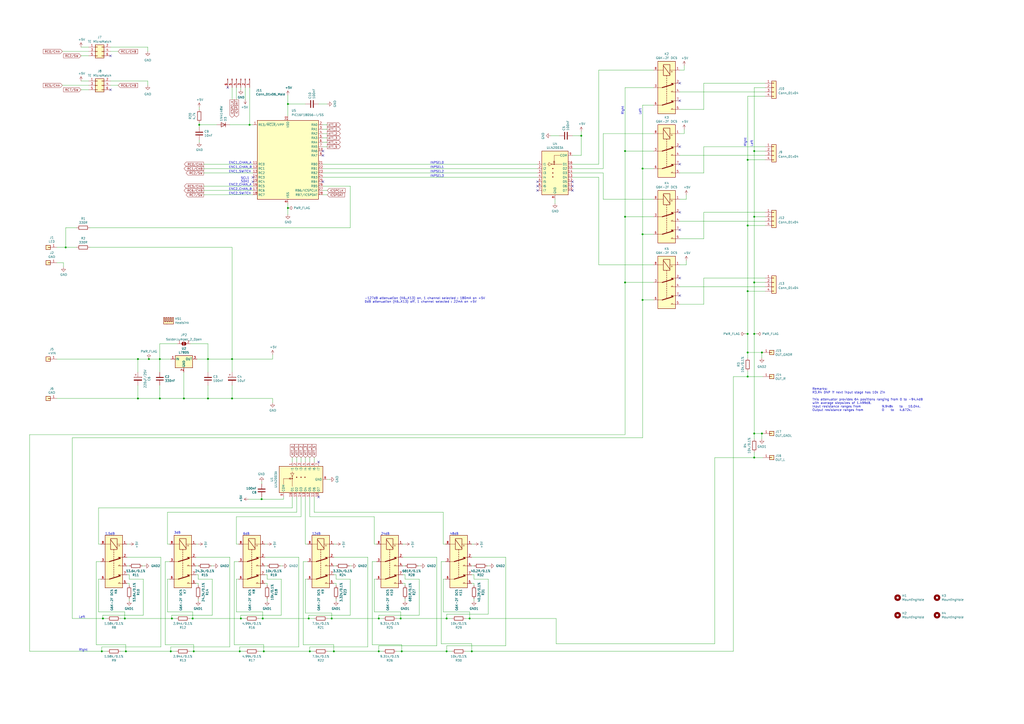
<source format=kicad_sch>
(kicad_sch (version 20230121) (generator eeschema)
  (paper "A2")
  (title_block (title "Audio Input Selector with Attenuator V3 10k") (date "2023-03-05") (rev "3") (comment 1 "https://github.com/schenkmi/electronic-projects"))
  (junction (at 437.515 87.63))
  (junction (at 437.515 125.73))
  (junction (at 433.705 218.44))
  (junction (at 86.36 208.28))
  (junction (at 433.705 193.675))
  (junction (at 139.7 358.775))
  (junction (at 120.65 231.14))
  (junction (at 167.005 60.325))
  (junction (at 153.035 377.825))
  (junction (at 144.78 72.39))
  (junction (at 139.065 377.825))
  (junction (at 437.515 265.43))
  (junction (at 151.765 289.56))
  (junction (at 112.395 377.825))
  (junction (at 372.745 173.99))
  (junction (at 232.41 358.775))
  (junction (at 179.07 358.775))
  (junction (at 362.585 163.83))
  (junction (at 59.055 377.825))
  (junction (at 72.39 358.775))
  (junction (at 259.08 358.775))
  (junction (at 259.08 377.825))
  (junction (at 437.515 163.83))
  (junction (at 433.705 92.71))
  (junction (at 152.4 358.775))
  (junction (at 99.06 377.825))
  (junction (at 80.01 208.28))
  (junction (at 134.62 208.28))
  (junction (at 120.65 208.28))
  (junction (at 441.96 204.47))
  (junction (at 80.01 231.14))
  (junction (at 92.71 231.14))
  (junction (at 433.705 204.47))
  (junction (at 167.005 120.65))
  (junction (at 362.585 87.63))
  (junction (at 99.695 358.775))
  (junction (at 219.71 377.825))
  (junction (at 193.675 377.825))
  (junction (at 111.76 358.775))
  (junction (at 134.62 231.14))
  (junction (at 272.415 358.775))
  (junction (at 73.025 377.825))
  (junction (at 192.405 358.775))
  (junction (at 433.705 130.81))
  (junction (at 362.585 125.73))
  (junction (at 38.1 143.51))
  (junction (at 92.71 208.28))
  (junction (at 441.96 251.46))
  (junction (at 372.745 97.79))
  (junction (at 437.515 251.46))
  (junction (at 372.745 135.89))
  (junction (at 233.045 377.825))
  (junction (at 59.69 358.775))
  (junction (at 179.705 377.825))
  (junction (at 337.185 78.74))
  (junction (at 115.57 72.39))
  (junction (at 219.71 358.775))
  (junction (at 273.685 377.825))
  (junction (at 106.68 231.14))
  (junction (at 437.515 193.675))
  (junction (at 433.705 168.91))
  (no_connect (at 311.785 107.95))
  (no_connect (at 187.325 87.63))
  (no_connect (at 187.325 90.17))
  (no_connect (at 394.335 133.35))
  (no_connect (at 394.335 171.45))
  (no_connect (at 64.135 32.385))
  (no_connect (at 332.105 107.95))
  (no_connect (at 64.135 52.07))
  (no_connect (at 394.335 48.26))
  (no_connect (at 187.325 105.41))
  (no_connect (at 184.785 288.29))
  (no_connect (at 394.335 58.42))
  (no_connect (at 146.685 105.41))
  (no_connect (at 146.685 102.87))
  (no_connect (at 311.785 110.49))
  (no_connect (at 332.105 110.49))
  (no_connect (at 394.335 85.09))
  (no_connect (at 394.335 95.25))
  (no_connect (at 332.105 105.41))
  (no_connect (at 394.335 161.29))
  (no_connect (at 184.785 267.97))
  (no_connect (at 311.785 105.41))
  (no_connect (at 394.335 123.19))
  (no_connect (at 132.08 50.8))
  (wire (pts (xy 73.66 328.295) (xy 74.93 328.295)))
  (wire (pts (xy 72.39 358.775) (xy 99.695 358.775)))
  (wire (pts (xy 72.39 354.965) (xy 72.39 358.775)))
  (wire (pts (xy 59.69 358.775) (xy 62.23 358.775)))
  (wire (pts (xy 179.705 265.43) (xy 179.705 267.97)))
  (wire (pts (xy 218.44 315.595) (xy 217.17 315.595)))
  (wire (pts (xy 189.865 377.825) (xy 193.675 377.825)))
  (wire (pts (xy 187.325 102.87) (xy 311.785 102.87)))
  (wire (pts (xy 433.705 204.47) (xy 441.96 204.47)))
  (wire (pts (xy 139.065 375.285) (xy 139.065 377.825)))
  (wire (pts (xy 153.67 333.375) (xy 154.94 333.375)))
  (wire (pts (xy 433.705 218.44) (xy 442.595 218.44)))
  (wire (pts (xy 396.875 77.47) (xy 396.875 74.93)))
  (wire (pts (xy 253.365 374.65) (xy 219.71 374.65)))
  (wire (pts (xy 172.085 265.43) (xy 172.085 267.97)))
  (wire (pts (xy 177.165 60.325) (xy 167.005 60.325)))
  (wire (pts (xy 408.305 100.33) (xy 394.335 100.33)))
  (wire (pts (xy 362.585 125.73) (xy 362.585 87.63)))
  (wire (pts (xy 154.94 335.915) (xy 163.195 335.915)))
  (wire (pts (xy 213.36 323.215) (xy 213.36 375.285)))
  (wire (pts (xy 139.065 377.825) (xy 142.24 377.825)))
  (wire (pts (xy 433.705 55.88) (xy 433.705 92.71)))
  (wire (pts (xy 102.87 199.39) (xy 92.71 199.39)))
  (wire (pts (xy 322.58 373.38) (xy 414.655 373.38)))
  (wire (pts (xy 55.88 325.755) (xy 55.88 374.015)))
  (wire (pts (xy 97.155 354.965) (xy 111.76 354.965)))
  (wire (pts (xy 437.515 193.675) (xy 437.515 251.46)))
  (wire (pts (xy 57.15 315.595) (xy 57.15 294.64)))
  (wire (pts (xy 85.725 27.305) (xy 85.725 29.845)))
  (wire (pts (xy 38.1 132.08) (xy 38.1 143.51)))
  (wire (pts (xy 73.025 374.015) (xy 73.025 377.825)))
  (wire (pts (xy 203.2 107.95) (xy 203.2 132.08)))
  (wire (pts (xy 149.86 358.775) (xy 152.4 358.775)))
  (wire (pts (xy 432.435 193.675) (xy 433.705 193.675)))
  (wire (pts (xy 139.7 356.87) (xy 139.7 358.775)))
  (wire (pts (xy 122.555 328.295) (xy 123.825 328.295)))
  (wire (pts (xy 179.07 356.87) (xy 179.07 358.775)))
  (wire (pts (xy 217.17 315.595) (xy 217.17 299.72)))
  (wire (pts (xy 114.935 335.915) (xy 123.19 335.915)))
  (wire (pts (xy 120.65 199.39) (xy 120.65 208.28)))
  (wire (pts (xy 293.37 374.65) (xy 259.08 374.65)))
  (wire (pts (xy 106.68 231.14) (xy 92.71 231.14)))
  (wire (pts (xy 137.16 335.915) (xy 137.16 354.965)))
  (wire (pts (xy 273.685 373.38) (xy 273.685 377.825)))
  (wire (pts (xy 362.585 50.8) (xy 379.095 50.8)))
  (wire (pts (xy 134.62 231.14) (xy 120.65 231.14)))
  (wire (pts (xy 408.305 85.09) (xy 408.305 100.33)))
  (wire (pts (xy 257.175 335.915) (xy 257.175 354.965)))
  (wire (pts (xy 433.705 204.47) (xy 433.705 207.645)))
  (wire (pts (xy 274.955 347.345) (xy 274.955 348.615)))
  (wire (pts (xy 443.865 161.29) (xy 408.305 161.29)))
  (wire (pts (xy 189.865 358.775) (xy 192.405 358.775)))
  (wire (pts (xy 372.745 173.99) (xy 372.745 135.89)))
  (wire (pts (xy 133.35 72.39) (xy 144.78 72.39)))
  (wire (pts (xy 269.875 377.825) (xy 273.685 377.825)))
  (wire (pts (xy 59.055 375.285) (xy 59.055 377.825)))
  (wire (pts (xy 332.105 95.25) (xy 347.345 95.25)))
  (wire (pts (xy 55.88 374.015) (xy 73.025 374.015)))
  (wire (pts (xy 169.545 265.43) (xy 169.545 267.97)))
  (wire (pts (xy 233.68 315.595) (xy 234.95 315.595)))
  (wire (pts (xy 93.345 375.285) (xy 59.055 375.285)))
  (wire (pts (xy 151.765 289.56) (xy 164.465 289.56)))
  (wire (pts (xy 95.885 374.015) (xy 112.395 374.015)))
  (wire (pts (xy 97.155 335.915) (xy 97.155 354.965)))
  (wire (pts (xy 118.11 110.49) (xy 146.685 110.49)))
  (wire (pts (xy 213.36 375.285) (xy 179.705 375.285)))
  (wire (pts (xy 92.71 215.9) (xy 92.71 208.28)))
  (wire (pts (xy 59.69 356.87) (xy 59.69 358.775)))
  (wire (pts (xy 97.155 315.595) (xy 98.425 315.595)))
  (wire (pts (xy 372.745 97.79) (xy 372.745 60.96)))
  (wire (pts (xy 332.105 90.17) (xy 337.185 90.17)))
  (wire (pts (xy 177.165 355.6) (xy 192.405 355.6)))
  (wire (pts (xy 408.305 138.43) (xy 394.335 138.43)))
  (wire (pts (xy 194.945 347.345) (xy 194.945 348.615)))
  (wire (pts (xy 425.45 218.44) (xy 425.45 377.825)))
  (wire (pts (xy 414.655 265.43) (xy 437.515 265.43)))
  (wire (pts (xy 74.93 335.915) (xy 83.185 335.915)))
  (wire (pts (xy 114.3 208.28) (xy 120.65 208.28)))
  (wire (pts (xy 179.705 299.72) (xy 179.705 288.29)))
  (wire (pts (xy 83.185 335.915) (xy 83.185 356.87)))
  (wire (pts (xy 272.415 358.775) (xy 322.58 358.775)))
  (wire (pts (xy 106.68 215.9) (xy 106.68 231.14)))
  (wire (pts (xy 134.62 143.51) (xy 134.62 208.28)))
  (wire (pts (xy 187.325 95.25) (xy 311.785 95.25)))
  (wire (pts (xy 178.435 315.595) (xy 177.165 315.595)))
  (wire (pts (xy 443.865 163.83) (xy 437.515 163.83)))
  (wire (pts (xy 219.71 377.825) (xy 222.25 377.825)))
  (wire (pts (xy 17.145 252.095) (xy 362.585 252.095)))
  (wire (pts (xy 194.945 335.915) (xy 203.2 335.915)))
  (wire (pts (xy 362.585 125.73) (xy 379.095 125.73)))
  (wire (pts (xy 273.685 315.595) (xy 274.955 315.595)))
  (wire (pts (xy 441.96 251.46) (xy 441.96 254.635)))
  (wire (pts (xy 114.935 339.725) (xy 114.935 338.455)))
  (wire (pts (xy 137.16 50.8) (xy 137.16 57.785)))
  (wire (pts (xy 73.66 333.375) (xy 74.93 333.375)))
  (wire (pts (xy 203.2 335.915) (xy 203.2 356.87)))
  (wire (pts (xy 257.175 315.595) (xy 257.175 297.18)))
  (wire (pts (xy 174.625 265.43) (xy 174.625 267.97)))
  (wire (pts (xy 138.43 325.755) (xy 135.89 325.755)))
  (wire (pts (xy 182.245 297.18) (xy 182.245 288.29)))
  (wire (pts (xy 92.71 208.28) (xy 99.06 208.28)))
  (wire (pts (xy 332.105 100.33) (xy 349.885 100.33)))
  (wire (pts (xy 38.1 143.51) (xy 44.45 143.51)))
  (wire (pts (xy 218.44 335.915) (xy 217.17 335.915)))
  (wire (pts (xy 219.71 358.775) (xy 222.25 358.775)))
  (wire (pts (xy 337.185 78.74) (xy 337.185 90.17)))
  (wire (pts (xy 154.94 339.725) (xy 154.94 338.455)))
  (wire (pts (xy 437.515 87.63) (xy 437.515 125.73)))
  (wire (pts (xy 174.625 299.72) (xy 137.16 299.72)))
  (wire (pts (xy 111.76 354.965) (xy 111.76 358.775)))
  (wire (pts (xy 234.95 333.375) (xy 234.95 335.915)))
  (wire (pts (xy 153.035 377.825) (xy 179.705 377.825)))
  (wire (pts (xy 218.44 325.755) (xy 215.9 325.755)))
  (wire (pts (xy 109.855 358.775) (xy 111.76 358.775)))
  (wire (pts (xy 152.4 358.775) (xy 179.07 358.775)))
  (wire (pts (xy 74.93 333.375) (xy 74.93 335.915)))
  (wire (pts (xy 233.68 328.295) (xy 234.95 328.295)))
  (wire (pts (xy 347.345 102.87) (xy 347.345 153.67)))
  (wire (pts (xy 46.99 32.385) (xy 51.435 32.385)))
  (wire (pts (xy 69.85 358.775) (xy 72.39 358.775)))
  (wire (pts (xy 169.545 294.64) (xy 169.545 288.29)))
  (wire (pts (xy 259.08 374.65) (xy 259.08 377.825)))
  (wire (pts (xy 164.465 288.29) (xy 164.465 289.56)))
  (wire (pts (xy 441.96 251.46) (xy 442.595 251.46)))
  (wire (pts (xy 41.91 254) (xy 372.745 254)))
  (wire (pts (xy 443.865 166.37) (xy 394.335 166.37)))
  (wire (pts (xy 177.165 265.43) (xy 177.165 267.97)))
  (wire (pts (xy 134.62 208.28) (xy 158.115 208.28)))
  (wire (pts (xy 123.19 356.87) (xy 99.695 356.87)))
  (wire (pts (xy 152.4 354.965) (xy 152.4 358.775)))
  (wire (pts (xy 414.655 373.38) (xy 414.655 265.43)))
  (wire (pts (xy 433.705 215.265) (xy 433.705 218.44)))
  (wire (pts (xy 437.515 50.8) (xy 437.515 87.63)))
  (wire (pts (xy 74.93 347.345) (xy 74.93 348.615)))
  (wire (pts (xy 112.395 374.015) (xy 112.395 377.825)))
  (wire (pts (xy 177.165 315.595) (xy 177.165 288.29)))
  (wire (pts (xy 144.78 50.8) (xy 144.78 72.39)))
  (wire (pts (xy 274.955 338.455) (xy 273.685 338.455)))
  (wire (pts (xy 182.245 265.43) (xy 182.245 267.97)))
  (wire (pts (xy 123.19 335.915) (xy 123.19 356.87)))
  (wire (pts (xy 113.665 333.375) (xy 114.935 333.375)))
  (wire (pts (xy 202.565 328.295) (xy 203.835 328.295)))
  (wire (pts (xy 187.325 82.55) (xy 189.865 82.55)))
  (wire (pts (xy 135.89 374.015) (xy 153.035 374.015)))
  (wire (pts (xy 153.67 315.595) (xy 154.94 315.595)))
  (wire (pts (xy 437.515 193.675) (xy 438.785 193.675)))
  (wire (pts (xy 349.885 115.57) (xy 379.095 115.57)))
  (wire (pts (xy 134.62 223.52) (xy 134.62 231.14)))
  (wire (pts (xy 69.85 377.825) (xy 73.025 377.825)))
  (wire (pts (xy 92.71 208.28) (xy 86.36 208.28)))
  (wire (pts (xy 443.865 48.26) (xy 408.305 48.26)))
  (wire (pts (xy 192.405 358.775) (xy 219.71 358.775)))
  (wire (pts (xy 73.025 377.825) (xy 99.06 377.825)))
  (wire (pts (xy 192.405 355.6) (xy 192.405 358.775)))
  (wire (pts (xy 64.135 49.53) (xy 68.58 49.53)))
  (wire (pts (xy 234.95 347.345) (xy 234.95 348.615)))
  (wire (pts (xy 274.955 333.375) (xy 274.955 335.915)))
  (wire (pts (xy 133.35 323.215) (xy 133.35 375.285)))
  (wire (pts (xy 153.67 323.215) (xy 173.355 323.215)))
  (wire (pts (xy 193.675 374.015) (xy 193.675 377.825)))
  (wire (pts (xy 379.095 173.99) (xy 372.745 173.99)))
  (wire (pts (xy 193.675 315.595) (xy 194.945 315.595)))
  (wire (pts (xy 142.24 50.8) (xy 142.24 57.785)))
  (wire (pts (xy 59.055 377.825) (xy 62.23 377.825)))
  (wire (pts (xy 73.66 323.215) (xy 93.345 323.215)))
  (wire (pts (xy 437.515 262.255) (xy 437.515 265.43)))
  (wire (pts (xy 193.675 323.215) (xy 213.36 323.215)))
  (wire (pts (xy 203.2 356.87) (xy 179.07 356.87)))
  (wire (pts (xy 118.11 100.33) (xy 146.685 100.33)))
  (wire (pts (xy 163.195 356.87) (xy 139.7 356.87)))
  (wire (pts (xy 372.745 254) (xy 372.745 173.99)))
  (wire (pts (xy 258.445 325.755) (xy 255.905 325.755)))
  (wire (pts (xy 332.105 78.74) (xy 337.185 78.74)))
  (wire (pts (xy 149.86 377.825) (xy 153.035 377.825)))
  (wire (pts (xy 349.885 97.79) (xy 349.885 77.47)))
  (wire (pts (xy 441.96 204.47) (xy 442.595 204.47)))
  (wire (pts (xy 80.01 215.9) (xy 80.01 208.28)))
  (wire (pts (xy 229.87 358.775) (xy 232.41 358.775)))
  (wire (pts (xy 99.695 356.87) (xy 99.695 358.775)))
  (wire (pts (xy 187.325 85.09) (xy 189.865 85.09)))
  (wire (pts (xy 154.94 347.345) (xy 154.94 348.615)))
  (wire (pts (xy 95.885 325.755) (xy 95.885 374.015)))
  (wire (pts (xy 394.335 77.47) (xy 396.875 77.47)))
  (wire (pts (xy 219.71 374.65) (xy 219.71 377.825)))
  (wire (pts (xy 167.005 55.245) (xy 167.005 60.325)))
  (wire (pts (xy 74.93 339.725) (xy 74.93 338.455)))
  (wire (pts (xy 433.705 130.81) (xy 433.705 168.91)))
  (wire (pts (xy 273.685 333.375) (xy 274.955 333.375)))
  (wire (pts (xy 193.675 328.295) (xy 194.945 328.295)))
  (wire (pts (xy 187.325 80.01) (xy 189.865 80.01)))
  (wire (pts (xy 109.855 377.825) (xy 112.395 377.825)))
  (wire (pts (xy 58.42 335.915) (xy 57.15 335.915)))
  (wire (pts (xy 33.02 143.51) (xy 38.1 143.51)))
  (wire (pts (xy 57.15 354.965) (xy 72.39 354.965)))
  (wire (pts (xy 257.175 354.965) (xy 272.415 354.965)))
  (wire (pts (xy 269.875 358.775) (xy 272.415 358.775)))
  (wire (pts (xy 115.57 72.39) (xy 115.57 71.12)))
  (wire (pts (xy 408.305 63.5) (xy 394.335 63.5)))
  (wire (pts (xy 443.865 128.27) (xy 394.335 128.27)))
  (wire (pts (xy 134.62 215.9) (xy 134.62 208.28)))
  (wire (pts (xy 443.865 130.81) (xy 433.705 130.81)))
  (wire (pts (xy 133.35 375.285) (xy 99.06 375.285)))
  (wire (pts (xy 273.685 377.825) (xy 425.45 377.825)))
  (wire (pts (xy 167.005 124.46) (xy 167.005 120.65)))
  (wire (pts (xy 187.325 72.39) (xy 189.865 72.39)))
  (wire (pts (xy 362.585 163.83) (xy 362.585 252.095)))
  (wire (pts (xy 134.62 208.28) (xy 120.65 208.28)))
  (wire (pts (xy 36.83 154.94) (xy 36.83 152.4)))
  (wire (pts (xy 139.7 358.775) (xy 142.24 358.775)))
  (wire (pts (xy 175.895 325.755) (xy 175.895 374.015)))
  (wire (pts (xy 272.415 354.965) (xy 272.415 358.775)))
  (wire (pts (xy 144.78 72.39) (xy 146.685 72.39)))
  (wire (pts (xy 41.91 358.775) (xy 41.91 254)))
  (wire (pts (xy 64.135 46.99) (xy 85.725 46.99)))
  (wire (pts (xy 163.195 335.915) (xy 163.195 356.87)))
  (wire (pts (xy 408.305 176.53) (xy 394.335 176.53)))
  (wire (pts (xy 408.305 161.29) (xy 408.305 176.53)))
  (wire (pts (xy 92.71 223.52) (xy 92.71 231.14)))
  (wire (pts (xy 98.425 325.755) (xy 95.885 325.755)))
  (wire (pts (xy 398.145 115.57) (xy 398.145 113.03)))
  (wire (pts (xy 332.105 97.79) (xy 349.885 97.79)))
  (wire (pts (xy 433.705 92.71) (xy 443.865 92.71)))
  (wire (pts (xy 243.205 356.87) (xy 219.71 356.87)))
  (wire (pts (xy 283.21 335.915) (xy 283.21 356.235)))
  (wire (pts (xy 362.585 87.63) (xy 362.585 50.8)))
  (wire (pts (xy 408.305 48.26) (xy 408.305 63.5)))
  (wire (pts (xy 158.115 233.68) (xy 158.115 231.14)))
  (wire (pts (xy 112.395 377.825) (xy 139.065 377.825)))
  (wire (pts (xy 219.71 356.87) (xy 219.71 358.775)))
  (wire (pts (xy 332.105 102.87) (xy 347.345 102.87)))
  (wire (pts (xy 362.585 163.83) (xy 362.585 125.73)))
  (wire (pts (xy 425.45 218.44) (xy 433.705 218.44)))
  (wire (pts (xy 86.36 208.28) (xy 80.01 208.28)))
  (wire (pts (xy 232.41 358.775) (xy 259.08 358.775)))
  (wire (pts (xy 394.335 40.64) (xy 396.875 40.64)))
  (wire (pts (xy 83.185 356.87) (xy 59.69 356.87)))
  (wire (pts (xy 259.08 356.235) (xy 259.08 358.775)))
  (wire (pts (xy 437.515 87.63) (xy 443.865 87.63)))
  (wire (pts (xy 187.325 100.33) (xy 311.785 100.33)))
  (wire (pts (xy 134.62 231.14) (xy 158.115 231.14)))
  (wire (pts (xy 154.94 338.455) (xy 153.67 338.455)))
  (wire (pts (xy 379.095 163.83) (xy 362.585 163.83)))
  (wire (pts (xy 215.9 325.755) (xy 215.9 374.015)))
  (wire (pts (xy 114.935 333.375) (xy 114.935 335.915)))
  (wire (pts (xy 347.345 153.67) (xy 379.095 153.67)))
  (wire (pts (xy 255.905 325.755) (xy 255.905 373.38)))
  (wire (pts (xy 52.07 143.51) (xy 134.62 143.51)))
  (wire (pts (xy 187.325 97.79) (xy 311.785 97.79)))
  (wire (pts (xy 321.945 118.11) (xy 321.945 115.57)))
  (wire (pts (xy 187.325 113.03) (xy 189.865 113.03)))
  (wire (pts (xy 17.145 377.825) (xy 59.055 377.825)))
  (wire (pts (xy 137.16 354.965) (xy 152.4 354.965)))
  (wire (pts (xy 114.935 347.345) (xy 114.935 348.615)))
  (wire (pts (xy 167.005 120.65) (xy 167.005 118.11)))
  (wire (pts (xy 99.06 375.285) (xy 99.06 377.825)))
  (wire (pts (xy 175.895 374.015) (xy 193.675 374.015)))
  (wire (pts (xy 178.435 335.915) (xy 177.165 335.915)))
  (wire (pts (xy 57.15 294.64) (xy 169.545 294.64)))
  (wire (pts (xy 293.37 323.215) (xy 293.37 374.65)))
  (wire (pts (xy 283.21 356.235) (xy 259.08 356.235)))
  (wire (pts (xy 172.085 297.18) (xy 97.155 297.18)))
  (wire (pts (xy 184.785 60.325) (xy 189.865 60.325)))
  (wire (pts (xy 82.55 328.295) (xy 83.82 328.295)))
  (wire (pts (xy 46.99 46.99) (xy 51.435 46.99)))
  (wire (pts (xy 234.95 339.725) (xy 234.95 338.455)))
  (wire (pts (xy 154.94 333.375) (xy 154.94 335.915)))
  (wire (pts (xy 372.745 135.89) (xy 372.745 97.79)))
  (wire (pts (xy 394.335 53.34) (xy 443.865 53.34)))
  (wire (pts (xy 179.07 358.775) (xy 182.245 358.775)))
  (wire (pts (xy 111.76 358.775) (xy 139.7 358.775)))
  (wire (pts (xy 187.325 107.95) (xy 203.2 107.95)))
  (wire (pts (xy 17.145 252.095) (xy 17.145 377.825)))
  (wire (pts (xy 259.08 377.825) (xy 262.255 377.825)))
  (wire (pts (xy 179.705 375.285) (xy 179.705 377.825)))
  (wire (pts (xy 319.405 78.74) (xy 324.485 78.74)))
  (wire (pts (xy 194.945 339.725) (xy 194.945 338.455)))
  (wire (pts (xy 137.16 299.72) (xy 137.16 315.595)))
  (wire (pts (xy 232.41 354.965) (xy 232.41 358.775)))
  (wire (pts (xy 394.335 115.57) (xy 398.145 115.57)))
  (wire (pts (xy 114.935 338.455) (xy 113.665 338.455)))
  (wire (pts (xy 233.68 333.375) (xy 234.95 333.375)))
  (wire (pts (xy 120.65 231.14) (xy 106.68 231.14)))
  (wire (pts (xy 233.045 374.015) (xy 233.045 377.825)))
  (wire (pts (xy 125.73 72.39) (xy 115.57 72.39)))
  (wire (pts (xy 113.665 323.215) (xy 133.35 323.215)))
  (wire (pts (xy 58.42 315.595) (xy 57.15 315.595)))
  (wire (pts (xy 243.205 335.915) (xy 243.205 356.87)))
  (wire (pts (xy 120.65 215.9) (xy 120.65 208.28)))
  (wire (pts (xy 437.515 251.46) (xy 437.515 254.635)))
  (wire (pts (xy 189.865 278.13) (xy 191.135 278.13)))
  (wire (pts (xy 74.93 338.455) (xy 73.66 338.455)))
  (wire (pts (xy 437.515 163.83) (xy 437.515 193.675)))
  (wire (pts (xy 217.17 354.965) (xy 232.41 354.965)))
  (wire (pts (xy 322.58 358.775) (xy 322.58 373.38)))
  (wire (pts (xy 151.765 279.4) (xy 151.765 280.67)))
  (wire (pts (xy 118.11 95.25) (xy 146.685 95.25)))
  (wire (pts (xy 115.57 73.66) (xy 115.57 72.39)))
  (wire (pts (xy 233.045 377.825) (xy 259.08 377.825)))
  (wire (pts (xy 118.11 97.79) (xy 146.685 97.79)))
  (wire (pts (xy 372.745 60.96) (xy 379.095 60.96)))
  (wire (pts (xy 151.765 288.29) (xy 151.765 289.56)))
  (wire (pts (xy 233.68 323.215) (xy 253.365 323.215)))
  (wire (pts (xy 362.585 87.63) (xy 379.095 87.63)))
  (wire (pts (xy 408.305 123.19) (xy 408.305 138.43)))
  (wire (pts (xy 187.325 110.49) (xy 189.865 110.49)))
  (wire (pts (xy 433.705 168.91) (xy 433.705 193.675)))
  (wire (pts (xy 441.96 204.47) (xy 441.96 207.645)))
  (wire (pts (xy 347.345 40.64) (xy 347.345 95.25)))
  (wire (pts (xy 92.71 199.39) (xy 92.71 208.28)))
  (wire (pts (xy 172.085 288.29) (xy 172.085 297.18)))
  (wire (pts (xy 242.57 328.295) (xy 243.84 328.295)))
  (wire (pts (xy 64.135 27.305) (xy 85.725 27.305)))
  (wire (pts (xy 349.885 77.47) (xy 379.095 77.47)))
  (wire (pts (xy 398.145 153.67) (xy 398.145 151.13)))
  (wire (pts (xy 255.905 373.38) (xy 273.685 373.38)))
  (wire (pts (xy 187.325 74.93) (xy 189.865 74.93)))
  (wire (pts (xy 93.345 323.215) (xy 93.345 375.285)))
  (wire (pts (xy 174.625 288.29) (xy 174.625 299.72)))
  (wire (pts (xy 115.57 82.55) (xy 115.57 81.28)))
  (wire (pts (xy 217.17 299.72) (xy 179.705 299.72)))
  (wire (pts (xy 273.685 323.215) (xy 293.37 323.215)))
  (wire (pts (xy 144.145 289.56) (xy 151.765 289.56)))
  (wire (pts (xy 433.705 55.88) (xy 443.865 55.88)))
  (wire (pts (xy 110.49 199.39) (xy 120.65 199.39)))
  (wire (pts (xy 158.115 205.74) (xy 158.115 208.28)))
  (wire (pts (xy 58.42 325.755) (xy 55.88 325.755)))
  (wire (pts (xy 57.15 335.915) (xy 57.15 354.965)))
  (wire (pts (xy 337.185 76.2) (xy 337.185 78.74)))
  (wire (pts (xy 33.02 231.14) (xy 80.01 231.14)))
  (wire (pts (xy 173.355 375.285) (xy 139.065 375.285)))
  (wire (pts (xy 234.95 335.915) (xy 243.205 335.915)))
  (wire (pts (xy 258.445 335.915) (xy 257.175 335.915)))
  (wire (pts (xy 443.865 85.09) (xy 408.305 85.09)))
  (wire (pts (xy 177.165 335.915) (xy 177.165 355.6)))
  (wire (pts (xy 396.875 40.64) (xy 396.875 38.1)))
  (wire (pts (xy 433.705 168.91) (xy 443.865 168.91)))
  (wire (pts (xy 137.16 315.595) (xy 138.43 315.595)))
  (wire (pts (xy 118.11 113.03) (xy 146.685 113.03)))
  (wire (pts (xy 113.665 315.595) (xy 114.935 315.595)))
  (wire (pts (xy 73.66 315.595) (xy 74.93 315.595)))
  (wire (pts (xy 347.345 40.64) (xy 379.095 40.64)))
  (wire (pts (xy 234.95 338.455) (xy 233.68 338.455)))
  (wire (pts (xy 179.705 377.825) (xy 182.245 377.825)))
  (wire (pts (xy 372.745 135.89) (xy 379.095 135.89)))
  (wire (pts (xy 173.355 323.215) (xy 173.355 375.285)))
  (wire (pts (xy 194.945 333.375) (xy 194.945 335.915)))
  (wire (pts (xy 99.06 377.825) (xy 102.235 377.825)))
  (wire (pts (xy 433.705 92.71) (xy 433.705 130.81)))
  (wire (pts (xy 92.71 231.14) (xy 80.01 231.14)))
  (wire (pts (xy 36.195 49.53) (xy 51.435 49.53)))
  (wire (pts (xy 138.43 335.915) (xy 137.16 335.915)))
  (wire (pts (xy 52.07 132.08) (xy 203.2 132.08)))
  (wire (pts (xy 178.435 325.755) (xy 175.895 325.755)))
  (wire (pts (xy 98.425 335.915) (xy 97.155 335.915)))
  (wire (pts (xy 36.195 29.845) (xy 51.435 29.845)))
  (wire (pts (xy 437.515 251.46) (xy 441.96 251.46)))
  (wire (pts (xy 99.695 358.775) (xy 102.235 358.775)))
  (wire (pts (xy 372.745 97.79) (xy 379.095 97.79)))
  (wire (pts (xy 36.83 152.4) (xy 33.02 152.4)))
  (wire (pts (xy 118.11 107.95) (xy 146.685 107.95)))
  (wire (pts (xy 259.08 358.775) (xy 262.255 358.775)))
  (wire (pts (xy 120.65 223.52) (xy 120.65 231.14)))
  (wire (pts (xy 113.665 328.295) (xy 114.935 328.295)))
  (wire (pts (xy 153.67 328.295) (xy 154.94 328.295)))
  (wire (pts (xy 97.155 297.18) (xy 97.155 315.595)))
  (wire (pts (xy 433.705 193.675) (xy 433.705 204.47)))
  (wire (pts (xy 253.365 323.215) (xy 253.365 374.65)))
  (wire (pts (xy 273.685 328.295) (xy 274.955 328.295)))
  (wire (pts (xy 167.005 60.325) (xy 167.005 67.31)))
  (wire (pts (xy 443.865 123.19) (xy 408.305 123.19)))
  (wire (pts (xy 194.945 338.455) (xy 193.675 338.455)))
  (wire (pts (xy 217.17 335.915) (xy 217.17 354.965)))
  (wire (pts (xy 85.725 46.99) (xy 85.725 49.53)))
  (wire (pts (xy 44.45 132.08) (xy 38.1 132.08)))
  (wire (pts (xy 437.515 125.73) (xy 437.515 163.83)))
  (wire (pts (xy 41.91 358.775) (xy 59.69 358.775)))
  (wire (pts (xy 187.325 77.47) (xy 189.865 77.47)))
  (wire (pts (xy 394.335 153.67) (xy 398.145 153.67)))
  (wire (pts (xy 443.865 50.8) (xy 437.515 50.8)))
  (wire (pts (xy 437.515 265.43) (xy 442.595 265.43)))
  (wire (pts (xy 349.885 100.33) (xy 349.885 115.57)))
  (wire (pts (xy 162.56 328.295) (xy 163.83 328.295)))
  (wire (pts (xy 274.955 339.725) (xy 274.955 338.455)))
  (wire (pts (xy 135.89 325.755) (xy 135.89 374.015)))
  (wire (pts (xy 193.675 377.825) (xy 219.71 377.825)))
  (wire (pts (xy 443.865 90.17) (xy 394.335 90.17)))
  (wire (pts (xy 115.57 63.5) (xy 115.57 62.23)))
  (wire (pts (xy 282.575 328.295) (xy 283.845 328.295)))
  (wire (pts (xy 437.515 125.73) (xy 443.865 125.73)))
  (wire (pts (xy 257.175 297.18) (xy 182.245 297.18)))
  (wire (pts (xy 215.9 374.015) (xy 233.045 374.015)))
  (wire (pts (xy 193.675 333.375) (xy 194.945 333.375)))
  (wire (pts (xy 80.01 231.14) (xy 80.01 223.52)))
  (wire (pts (xy 33.02 208.28) (xy 80.01 208.28)))
  (wire (pts (xy 64.135 29.845) (xy 68.58 29.845)))
  (wire (pts (xy 46.99 52.07) (xy 51.435 52.07)))
  (wire (pts (xy 153.035 374.015) (xy 153.035 377.825)))
  (wire (pts (xy 229.87 377.825) (xy 233.045 377.825)))
  (wire (pts (xy 258.445 315.595) (xy 257.175 315.595)))
  (wire (pts (xy 46.99 27.305) (xy 51.435 27.305)))
  (wire (pts (xy 134.62 50.8) (xy 134.62 57.785)))
  (wire (pts (xy 139.7 50.8) (xy 139.7 52.07)))
  (wire (pts (xy 274.955 335.915) (xy 283.21 335.915)))
  (text "Right" (at 45.72 377.825 0) (effects (font (size 1.27 1.27)) (justify left bottom)))
  (text "6dB" (at 140.97 310.515 0) (effects (font (size 1.27 1.27)) (justify left bottom)))
  (text "24dB" (at 220.98 310.515 0) (effects (font (size 1.27 1.27)) (justify left bottom)))
  (text "INPSEL3" (at 249.555 102.87 0) (effects (font (size 1.27 1.27)) (justify left bottom)))
  (text "SCL1" (at 139.7 104.14 0) (effects (font (size 1.27 1.27)) (justify left bottom)))
  (text "ENC2_CHAN_A" (at 132.715 107.95 0) (effects (font (size 1.27 1.27)) (justify left bottom)))
  (text "Left" (at 372.11 66.675 90) (effects (font (size 1.27 1.27)) (justify left bottom)))
  (text "3dB" (at 100.965 309.88 0) (effects (font (size 1.27 1.27)) (justify left bottom)))
  (text "ENC2_SWITCH" (at 132.715 113.03 0) (effects (font (size 1.27 1.27)) (justify left bottom)))
  (text "12dB" (at 180.975 310.515 0) (effects (font (size 1.27 1.27)) (justify left bottom)))
  (text "ENC1_SWITCH" (at 132.715 100.33 0) (effects (font (size 1.27 1.27)) (justify left bottom)))
  (text "SDA1" (at 139.7 106.045 0) (effects (font (size 1.27 1.27)) (justify left bottom)))
  (text "INPSEL0" (at 249.555 95.25 0) (effects (font (size 1.27 1.27)) (justify left bottom)))
  (text "ENC1_CHAN_A" (at 132.715 95.25 0) (effects (font (size 1.27 1.27)) (justify left bottom)))
  (text "Right" (at 361.95 66.675 90) (effects (font (size 1.27 1.27)) (justify left bottom)))
  (text "Remarks:\nR3,R4 DNP if next input stage has 10k Zin\n\nThis attenuator provides 64 positions ranging from 0 to -94.4dB\nwith average stepsizes of 1.499dB.\nInput resistance ranges from	9.948k	to	10.04k.\nOutput resistance ranges from	0	to	4.672k.\n" (at 471.17 238.76 0) (effects (font (size 1.27 1.27)) (justify left bottom)))
  (text "Right" (at 433.07 85.09 90) (effects (font (size 1.27 1.27)) (justify left bottom)))
  (text "Left" (at 436.88 85.09 90) (effects (font (size 1.27 1.27)) (justify left bottom)))
  (text "1.5dB" (at 60.96 310.515 0) (effects (font (size 1.27 1.27)) (justify left bottom)))
  (text "Left" (at 45.72 358.775 0) (effects (font (size 1.27 1.27)) (justify left bottom)))
  (text "ENC1_CHAN_B" (at 132.715 97.79 0) (effects (font (size 1.27 1.27)) (justify left bottom)))
  (text "48dB" (at 260.985 310.515 0) (effects (font (size 1.27 1.27)) (justify left bottom)))
  (text "-127dB attenuation (K6..K13) on, 1 channel selected : 180mA on +5V\n0dB attenuation (K6..K13) off, 1 channel selected : 22mA on +5V" (at 211.455 175.895 0) (effects (font (size 1.27 1.27)) (justify left bottom)))
  (text "ENC2_CHAN_B" (at 132.715 110.49 0) (effects (font (size 1.27 1.27)) (justify left bottom)))
  (text "INPSEL1" (at 249.555 97.79 0) (effects (font (size 1.27 1.27)) (justify left bottom)))
  (text "INPSEL2" (at 249.555 100.33 0) (effects (font (size 1.27 1.27)) (justify left bottom)))
  (global_label "ATT_2" (shape input) (at 174.625 265.43 90) (property "Intersheetrefs" "${INTERSHEET_REFS}" (effects hide)))
  (global_label "ATT_1" (shape input) (at 172.085 265.43 90) (property "Intersheetrefs" "${INTERSHEET_REFS}" (effects hide)))
  (global_label "ICSPDAT" (shape output) (at 137.16 57.785 270) (property "Intersheetrefs" "${INTERSHEET_REFS}" (effects hide)))
  (global_label "RC0{slash}CHA" (shape input) (at 36.195 29.845 180) (property "Intersheetrefs" "${INTERSHEET_REFS}" (effects hide)))
  (global_label "RC2{slash}SW" (shape output) (at 118.11 100.33 180) (property "Intersheetrefs" "${INTERSHEET_REFS}" (effects hide)))
  (global_label "ATT_0" (shape output) (at 189.865 72.39 0) (property "Intersheetrefs" "${INTERSHEET_REFS}" (effects hide)))
  (global_label "RC7{slash}SW" (shape input) (at 46.99 52.07 180) (property "Intersheetrefs" "${INTERSHEET_REFS}" (effects hide)))
  (global_label "ATT_3" (shape output) (at 189.865 80.01 0) (property "Intersheetrefs" "${INTERSHEET_REFS}" (effects hide)))
  (global_label "RC6{slash}CHB" (shape input) (at 68.58 49.53 0) (property "Intersheetrefs" "${INTERSHEET_REFS}" (effects hide)))
  (global_label "RC7{slash}SW" (shape output) (at 118.11 113.03 180) (property "Intersheetrefs" "${INTERSHEET_REFS}" (effects hide)))
  (global_label "RC6{slash}CHB" (shape output) (at 118.11 110.49 180) (property "Intersheetrefs" "${INTERSHEET_REFS}" (effects hide)))
  (global_label "RC5{slash}CHA" (shape input) (at 36.195 49.53 180) (property "Intersheetrefs" "${INTERSHEET_REFS}" (effects hide)))
  (global_label "ATT_5" (shape output) (at 189.865 85.09 0) (property "Intersheetrefs" "${INTERSHEET_REFS}" (effects hide)))
  (global_label "RC0{slash}CHA" (shape output) (at 118.11 95.25 180) (property "Intersheetrefs" "${INTERSHEET_REFS}" (effects hide)))
  (global_label "ATT_0" (shape input) (at 169.545 265.43 90) (property "Intersheetrefs" "${INTERSHEET_REFS}" (effects hide)))
  (global_label "ICSPDAT" (shape input) (at 189.865 113.03 0) (property "Intersheetrefs" "${INTERSHEET_REFS}" (effects hide)))
  (global_label "ATT_5" (shape input) (at 182.245 265.43 90) (property "Intersheetrefs" "${INTERSHEET_REFS}" (effects hide)))
  (global_label "ICSPCLK" (shape input) (at 189.865 110.49 0) (property "Intersheetrefs" "${INTERSHEET_REFS}" (effects hide)))
  (global_label "ATT_4" (shape output) (at 189.865 82.55 0) (property "Intersheetrefs" "${INTERSHEET_REFS}" (effects hide)))
  (global_label "RC2{slash}SW" (shape input) (at 46.99 32.385 180) (property "Intersheetrefs" "${INTERSHEET_REFS}" (effects hide)))
  (global_label "ATT_1" (shape output) (at 189.865 74.93 0) (property "Intersheetrefs" "${INTERSHEET_REFS}" (effects hide)))
  (global_label "RC1{slash}CHB" (shape input) (at 68.58 29.845 0) (property "Intersheetrefs" "${INTERSHEET_REFS}" (effects hide)))
  (global_label "ATT_2" (shape output) (at 189.865 77.47 0) (property "Intersheetrefs" "${INTERSHEET_REFS}" (effects hide)))
  (global_label "RC5{slash}CHA" (shape output) (at 118.11 107.95 180) (property "Intersheetrefs" "${INTERSHEET_REFS}" (effects hide)))
  (global_label "ICSPCLK" (shape output) (at 134.62 57.785 270) (property "Intersheetrefs" "${INTERSHEET_REFS}" (effects hide)))
  (global_label "ATT_3" (shape input) (at 177.165 265.43 90) (property "Intersheetrefs" "${INTERSHEET_REFS}" (effects hide)))
  (global_label "RC1{slash}CHB" (shape output) (at 118.11 97.79 180) (property "Intersheetrefs" "${INTERSHEET_REFS}" (effects hide)))
  (global_label "ATT_4" (shape input) (at 179.705 265.43 90) (property "Intersheetrefs" "${INTERSHEET_REFS}" (effects hide)))
  (symbol (lib_id "Mechanical:MountingHole") (at 520.7 346.71 0) (unit 1)
    (property "Reference" "H1" (at 523.24 345.5416 0) (effects (justify left)))
    (property "Value" "MountingHole" (at 523.24 347.853 0) (effects (justify left)))
    (property "Footprint" "MountingHole:MountingHole_3.2mm_M3_Pad_Via" (effects hide))
  )
  (symbol (lib_id "Mechanical:MountingHole") (at 543.56 346.71 0) (unit 1)
    (property "Reference" "H3" (at 546.1 345.5416 0) (effects (justify left)))
    (property "Value" "MountingHole" (at 546.1 347.853 0) (effects (justify left)))
    (property "Footprint" "MountingHole:MountingHole_3.2mm_M3_Pad_Via" (effects hide))
  )
  (symbol (lib_id "Mechanical:MountingHole") (at 520.7 356.87 0) (unit 1)
    (property "Reference" "H2" (at 523.24 355.7016 0) (effects (justify left)))
    (property "Value" "MountingHole" (at 523.24 358.013 0) (effects (justify left)))
    (property "Footprint" "MountingHole:MountingHole_3.2mm_M3_Pad_Via" (effects hide))
  )
  (symbol (lib_id "Mechanical:MountingHole") (at 543.56 356.87 0) (unit 1)
    (property "Reference" "H4" (at 546.1 355.7016 0) (effects (justify left)))
    (property "Value" "MountingHole" (at 546.1 358.013 0) (effects (justify left)))
    (property "Footprint" "MountingHole:MountingHole_3.2mm_M3_Pad_Via" (effects hide))
  )
  (symbol (lib_id "Relay:G6K-2") (at 386.715 50.8 270) (unit 1)
    (property "Reference" "K2" (at 386.715 31.3182 90))
    (property "Value" "G6K-2F DC5" (at 386.715 33.6296 90))
    (property "Footprint" "Relay_SMD:Relay_DPDT_Omron_G6K-2F" (effects hide))
    (property "Datasheet" "http://omronfs.omron.com/en_US/ecb/products/pdf/en-g6k.pdf" (effects hide))
  )
  (symbol (lib_id "Transistor_Array:ULN2003A") (at 321.945 100.33 0) (unit 1)
    (property "Reference" "U4" (at 321.945 83.3882 0))
    (property "Value" "ULN2003A" (at 321.945 85.6996 0))
    (property "Footprint" "Package_SO:SOIC-16_3.9x9.9mm_P1.27mm" (effects hide))
    (property "Datasheet" "http://www.ti.com/lit/ds/symlink/uln2003a.pdf" (effects hide))
  )
  (symbol (lib_id "Device:R") (at 48.26 143.51 270) (unit 1)
    (property "Reference" "R2" (at 48.26 138.2522 90))
    (property "Value" "330R" (at 48.26 140.5636 90))
    (property "Footprint" "Resistor_SMD:R_0805_2012Metric_Pad1.20x1.40mm_HandSolder" (effects hide))
  )
  (symbol (lib_id "Relay:G6K-2") (at 386.715 87.63 270) (unit 1)
    (property "Reference" "K3" (at 386.715 68.1482 90))
    (property "Value" "G6K-2F DC5" (at 386.715 70.4596 90))
    (property "Footprint" "Relay_SMD:Relay_DPDT_Omron_G6K-2F" (effects hide))
    (property "Datasheet" "http://omronfs.omron.com/en_US/ecb/products/pdf/en-g6k.pdf" (effects hide))
  )
  (symbol (lib_id "Relay:G6K-2") (at 386.715 125.73 270) (unit 1)
    (property "Reference" "K4" (at 386.715 106.2482 90))
    (property "Value" "G6K-2F DC5" (at 386.715 108.5596 90))
    (property "Footprint" "Relay_SMD:Relay_DPDT_Omron_G6K-2F" (effects hide))
    (property "Datasheet" "http://omronfs.omron.com/en_US/ecb/products/pdf/en-g6k.pdf" (effects hide))
  )
  (symbol (lib_id "Relay:G6K-2") (at 386.715 163.83 270) (unit 1)
    (property "Reference" "K5" (at 386.715 144.3482 90))
    (property "Value" "G6K-2F DC5" (at 386.715 146.6596 90))
    (property "Footprint" "Relay_SMD:Relay_DPDT_Omron_G6K-2F" (effects hide))
    (property "Datasheet" "http://omronfs.omron.com/en_US/ecb/products/pdf/en-g6k.pdf" (effects hide))
  )
  (symbol (lib_id "Device:C") (at 120.65 219.71 0) (unit 1)
    (property "Reference" "C3" (at 123.571 218.5416 0) (effects (justify left)))
    (property "Value" "100nF" (at 123.571 220.853 0) (effects (justify left)))
    (property "Footprint" "Capacitor_SMD:C_0805_2012Metric_Pad1.18x1.45mm_HandSolder" (effects hide))
  )
  (symbol (lib_id "Device:C") (at 92.71 219.71 0) (unit 1)
    (property "Reference" "C2" (at 95.631 218.5416 0) (effects (justify left)))
    (property "Value" "330nF" (at 95.631 220.853 0) (effects (justify left)))
    (property "Footprint" "Capacitor_SMD:C_0805_2012Metric_Pad1.18x1.45mm_HandSolder" (effects hide))
  )
  (symbol (lib_id "Connector_Generic:Conn_01x01") (at 27.94 231.14 180) (unit 1)
    (property "Reference" "J6" (at 30.0228 225.425 0))
    (property "Value" "GND" (at 30.0228 227.7364 0))
    (property "Footprint" "Connector_Pin:Pin_D1.0mm_L10.0mm" (effects hide))
  )
  (symbol (lib_id "Connector_Generic:Conn_01x01") (at 27.94 208.28 180) (unit 1)
    (property "Reference" "J5" (at 30.0228 202.565 0))
    (property "Value" "+VIN" (at 30.0228 204.8764 0))
    (property "Footprint" "Connector_Pin:Pin_D1.0mm_L10.0mm" (effects hide))
  )
  (symbol (lib_id "Device:R") (at 48.26 132.08 270) (unit 1)
    (property "Reference" "R1" (at 48.26 126.8222 90))
    (property "Value" "330R" (at 48.26 129.1336 90))
    (property "Footprint" "Resistor_SMD:R_0805_2012Metric_Pad1.20x1.40mm_HandSolder" (effects hide))
  )
  (symbol (lib_id "Connector_Generic:Conn_01x01") (at 27.94 152.4 180) (unit 1)
    (property "Reference" "J2" (at 30.0228 146.685 0))
    (property "Value" "GND" (at 30.0228 148.9964 0))
    (property "Footprint" "Connector_Pin:Pin_D1.0mm_L10.0mm" (effects hide))
  )
  (symbol (lib_id "Connector_Generic:Conn_01x01") (at 27.94 143.51 180) (unit 1)
    (property "Reference" "J1" (at 30.0228 137.795 0))
    (property "Value" "LED" (at 30.0228 140.1064 0))
    (property "Footprint" "Connector_Pin:Pin_D1.0mm_L10.0mm" (effects hide))
  )
  (symbol (lib_id "power:+5V") (at 158.115 205.74 0) (unit 1)
    (property "Reference" "#PWR0106" (effects hide))
    (property "Value" "+5V" (at 158.496 201.3458 0))
  )
  (symbol (lib_id "power:GND") (at 158.115 233.68 0) (unit 1)
    (property "Reference" "#PWR0107" (effects hide))
    (property "Value" "GND" (at 158.242 238.0742 0))
  )
  (symbol (lib_id "power:GND") (at 36.83 154.94 0) (unit 1)
    (property "Reference" "#PWR0109" (effects hide))
    (property "Value" "GND" (at 36.957 159.3342 0))
  )
  (symbol (lib_id "power:+5V") (at 337.185 76.2 0) (unit 1)
    (property "Reference" "#PWR0110" (effects hide))
    (property "Value" "+5V" (at 337.566 71.8058 0))
  )
  (symbol (lib_id "power:+5V") (at 396.875 38.1 0) (unit 1)
    (property "Reference" "#PWR0111" (effects hide))
    (property "Value" "+5V" (at 397.256 33.7058 0))
  )
  (symbol (lib_id "power:+5V") (at 396.875 74.93 0) (unit 1)
    (property "Reference" "#PWR0112" (effects hide))
    (property "Value" "+5V" (at 397.256 70.5358 0))
  )
  (symbol (lib_id "Device:C") (at 328.295 78.74 90) (unit 1)
    (property "Reference" "C5" (at 327.1266 75.819 0) (effects (justify left)))
    (property "Value" "100nF" (at 329.438 75.819 0) (effects (justify left)))
    (property "Footprint" "Capacitor_SMD:C_0805_2012Metric_Pad1.18x1.45mm_HandSolder" (effects hide))
  )
  (symbol (lib_id "Connector_Generic:Conn_01x01") (at 447.675 218.44 0) (unit 1)
    (property "Reference" "J14" (at 449.707 217.3732 0) (effects (justify left)))
    (property "Value" "OUT_R" (at 449.707 219.6846 0) (effects (justify left)))
    (property "Footprint" "Connector_Pin:Pin_D1.0mm_L10.0mm" (effects hide))
  )
  (symbol (lib_id "Connector_Generic:Conn_01x01") (at 447.675 204.47 0) (unit 1)
    (property "Reference" "J15" (at 449.707 203.4032 0) (effects (justify left)))
    (property "Value" "OUT_GNDR" (at 449.707 205.7146 0) (effects (justify left)))
    (property "Footprint" "Connector_Pin:Pin_D1.0mm_L10.0mm" (effects hide))
  )
  (symbol (lib_id "Connector_Generic:Conn_01x01") (at 447.675 265.43 0) (unit 1)
    (property "Reference" "J16" (at 449.707 264.3632 0) (effects (justify left)))
    (property "Value" "OUT_L" (at 449.707 266.6746 0) (effects (justify left)))
    (property "Footprint" "Connector_Pin:Pin_D1.0mm_L10.0mm" (effects hide))
  )
  (symbol (lib_id "Connector_Generic:Conn_01x01") (at 447.675 251.46 0) (unit 1)
    (property "Reference" "J17" (at 449.707 250.3932 0) (effects (justify left)))
    (property "Value" "OUT_GNDL" (at 449.707 252.7046 0) (effects (justify left)))
    (property "Footprint" "Connector_Pin:Pin_D1.0mm_L10.0mm" (effects hide))
  )
  (symbol (lib_id "power:+5V") (at 398.145 113.03 0) (unit 1)
    (property "Reference" "#PWR0113" (effects hide))
    (property "Value" "+5V" (at 398.526 108.6358 0))
  )
  (symbol (lib_id "power:+5V") (at 398.145 151.13 0) (unit 1)
    (property "Reference" "#PWR0114" (effects hide))
    (property "Value" "+5V" (at 398.526 146.7358 0))
  )
  (symbol (lib_id "power:GND") (at 319.405 78.74 270) (unit 1)
    (property "Reference" "#PWR0116" (effects hide))
    (property "Value" "GND" (at 315.0108 78.867 0))
  )
  (symbol (lib_id "power:GND") (at 321.945 118.11 0) (unit 1)
    (property "Reference" "#PWR0119" (effects hide))
    (property "Value" "GND" (at 322.072 122.5042 0))
  )
  (symbol (lib_id "power:PWR_FLAG") (at 86.36 208.28 0) (unit 1)
    (property "Reference" "#FLG0101" (effects hide))
    (property "Value" "PWR_FLAG" (at 86.36 203.8858 0))
  )
  (symbol (lib_id "Regulator_Linear:L7805") (at 106.68 208.28 0) (unit 1)
    (property "Reference" "U2" (at 106.68 202.1332 0))
    (property "Value" "L7805" (at 106.68 204.4446 0))
    (property "Footprint" "Package_TO_SOT_THT:TO-220-3_Vertical" (effects hide))
    (property "Datasheet" "http://www.st.com/content/ccc/resource/technical/document/datasheet/41/4f/b3/b0/12/d4/47/88/CD00000444.pdf/files/CD00000444.pdf/jcr:content/translations/en.CD00000444.pdf" (effects hide))
  )
  (symbol (lib_id "Device:C_Polarized") (at 134.62 219.71 0) (unit 1)
    (property "Reference" "C4" (at 137.6172 218.5416 0) (effects (justify left)))
    (property "Value" "10uF" (at 137.6172 220.853 0) (effects (justify left)))
    (property "Footprint" "Capacitor_Tantalum_SMD:CP_EIA-3528-21_Kemet-B_Pad1.50x2.35mm_HandSolder" (effects hide))
  )
  (symbol (lib_id "power:+5V") (at 154.94 315.595 270) (unit 1)
    (property "Reference" "#PWR0133" (effects hide))
    (property "Value" "+5V" (at 159.3342 315.976 0))
  )
  (symbol (lib_id "power:GND") (at 191.135 278.13 90) (unit 1)
    (property "Reference" "#PWR0136" (effects hide))
    (property "Value" "GND" (at 195.5292 278.003 0))
  )
  (symbol (lib_id "power:+5V") (at 234.95 315.595 270) (unit 1)
    (property "Reference" "#PWR0139" (effects hide))
    (property "Value" "+5V" (at 239.3442 315.976 0))
  )
  (symbol (lib_id "Device:R") (at 266.065 358.775 90) (unit 1)
    (property "Reference" "R29" (at 266.065 364.0328 90))
    (property "Value" "10k/0.1%" (at 266.065 361.7214 90))
    (property "Footprint" "Resistor_SMD:R_0805_2012Metric_Pad1.20x1.40mm_HandSolder" (effects hide))
  )
  (symbol (lib_id "Device:R") (at 266.065 377.825 90) (unit 1)
    (property "Reference" "R30" (at 266.065 383.0828 90))
    (property "Value" "10k/0.1%" (at 266.065 380.7714 90))
    (property "Footprint" "Resistor_SMD:R_0805_2012Metric_Pad1.20x1.40mm_HandSolder" (effects hide))
  )
  (symbol (lib_id "Connector_Generic:Conn_01x04") (at 448.945 163.83 0) (unit 1)
    (property "Reference" "J13" (at 451.485 164.465 0) (effects (justify left)))
    (property "Value" "Conn_01x04" (at 451.485 167.005 0) (effects (justify left)))
    (property "Footprint" "Connector_Hirose:Hirose_DF13-04P-1.25DSA_1x04_P1.25mm_Vertical" (effects hide))
  )
  (symbol (lib_id "Device:R") (at 278.765 328.295 90) (unit 1)
    (property "Reference" "R32" (at 278.765 333.5528 90))
    (property "Value" "40.2R/0.1%" (at 278.765 331.2414 90))
    (property "Footprint" "Resistor_SMD:R_0805_2012Metric_Pad1.20x1.40mm_HandSolder" (effects hide))
  )
  (symbol (lib_id "Device:R") (at 74.93 343.535 180) (unit 1)
    (property "Reference" "R10" (at 80.1878 343.535 90))
    (property "Value" "53.6k/0.1%" (at 77.8764 343.535 90))
    (property "Footprint" "Resistor_SMD:R_0805_2012Metric_Pad1.20x1.40mm_HandSolder" (effects hide))
  )
  (symbol (lib_id "Connector:Conn_01x06_Male") (at 139.7 45.72 270) (unit 1)
    (property "Reference" "J11" (at 148.4376 52.3748 90) (effects (justify left)))
    (property "Value" "Conn_01x06_Male" (at 148.4376 54.6862 90) (effects (justify left)))
    (property "Footprint" "Connector_PinHeader_2.54mm:PinHeader_1x06_P2.54mm_Vertical" (effects hide))
  )
  (symbol (lib_id "Device:R") (at 106.045 377.825 90) (unit 1)
    (property "Reference" "R13" (at 106.045 383.0828 90))
    (property "Value" "2.94k/0.1%" (at 106.045 380.7714 90))
    (property "Footprint" "Resistor_SMD:R_0805_2012Metric_Pad1.20x1.40mm_HandSolder" (effects hide))
  )
  (symbol (lib_id "Device:R") (at 66.04 358.775 90) (unit 1)
    (property "Reference" "R8" (at 66.04 364.0328 90))
    (property "Value" "1.58k/0.1%" (at 66.04 361.7214 90))
    (property "Footprint" "Resistor_SMD:R_0805_2012Metric_Pad1.20x1.40mm_HandSolder" (effects hide))
  )
  (symbol (lib_id "Device:R") (at 146.05 358.775 90) (unit 1)
    (property "Reference" "R16" (at 146.05 364.0328 90))
    (property "Value" "4.99k/0.1%" (at 146.05 361.7214 90))
    (property "Footprint" "Resistor_SMD:R_0805_2012Metric_Pad1.20x1.40mm_HandSolder" (effects hide))
  )
  (symbol (lib_id "Device:R") (at 226.06 358.775 90) (unit 1)
    (property "Reference" "R25" (at 226.06 364.0328 90))
    (property "Value" "9.31k/0.1%" (at 226.06 361.7214 90))
    (property "Footprint" "Resistor_SMD:R_0805_2012Metric_Pad1.20x1.40mm_HandSolder" (effects hide))
  )
  (symbol (lib_id "Connector_Generic:Conn_02x03_Odd_Even") (at 56.515 49.53 0) (unit 1)
    (property "Reference" "J8" (at 57.785 41.275 0))
    (property "Value" "TE MicroMatch" (at 57.785 43.815 0))
    (property "Footprint" "Connector_TE-Connectivity:TE_Micro-MaTch_215079-6_2x03_P1.27mm_Vertical" (effects hide))
  )
  (symbol (lib_id "power:GND") (at 189.865 60.325 90) (unit 1)
    (property "Reference" "#PWR0155" (effects hide))
    (property "Value" "GND" (at 194.2592 60.198 0))
  )
  (symbol (lib_id "Jumper:SolderJumper_2_Open") (at 106.68 199.39 0) (unit 1)
    (property "Reference" "JP2" (at 106.68 194.31 0))
    (property "Value" "SolderJumper_2_Open" (at 106.68 196.85 0))
    (property "Footprint" "Jumper:SolderJumper-2_P1.3mm_Open_Pad1.0x1.5mm" (effects hide))
  )
  (symbol (lib_id "Device:R") (at 194.945 343.535 180) (unit 1)
    (property "Reference" "R23" (at 200.2028 343.535 90))
    (property "Value" "3.32k/0.1%" (at 197.8914 343.535 90))
    (property "Footprint" "Resistor_SMD:R_0805_2012Metric_Pad1.20x1.40mm_HandSolder" (effects hide))
  )
  (symbol (lib_id "Device:R") (at 274.955 343.535 180) (unit 1)
    (property "Reference" "R31" (at 280.2128 343.535 90))
    (property "Value" "40.2R/0.1%" (at 277.9014 343.535 90))
    (property "Footprint" "Resistor_SMD:R_0805_2012Metric_Pad1.20x1.40mm_HandSolder" (effects hide))
  )
  (symbol (lib_id "power:GND") (at 167.005 124.46 0) (unit 1)
    (property "Reference" "#PWR0156" (effects hide))
    (property "Value" "GND" (at 167.132 128.8542 0))
  )
  (symbol (lib_id "power:+5V") (at 74.93 315.595 270) (unit 1)
    (property "Reference" "#PWR0124" (effects hide))
    (property "Value" "+5V" (at 79.3242 315.976 0))
  )
  (symbol (lib_id "power:GND2") (at 83.82 328.295 90) (unit 1)
    (property "Reference" "#PWR0129" (effects hide))
    (property "Value" "GND2" (at 87.63 328.2949 90) (effects (justify right)))
  )
  (symbol (lib_id "Connector_Generic:Conn_01x04") (at 448.945 125.73 0) (unit 1)
    (property "Reference" "J12" (at 451.485 126.365 0) (effects (justify left)))
    (property "Value" "Conn_01x04" (at 451.485 128.905 0) (effects (justify left)))
    (property "Footprint" "Connector_Hirose:Hirose_DF13-04P-1.25DSA_1x04_P1.25mm_Vertical" (effects hide))
  )
  (symbol (lib_id "Device:R") (at 66.04 377.825 90) (unit 1)
    (property "Reference" "R9" (at 66.04 383.0828 90))
    (property "Value" "1.58k/0.1%" (at 66.04 380.7714 90))
    (property "Footprint" "Resistor_SMD:R_0805_2012Metric_Pad1.20x1.40mm_HandSolder" (effects hide))
  )
  (symbol (lib_id "Device:R") (at 433.705 211.455 0) (unit 1)
    (property "Reference" "R3" (at 428.4472 211.455 90))
    (property "Value" "10k/0.1%" (at 430.7586 211.455 90))
    (property "Footprint" "Resistor_SMD:R_0805_2012Metric_Pad1.20x1.40mm_HandSolder" (effects hide))
  )
  (symbol (lib_id "Device:R") (at 198.755 328.295 90) (unit 1)
    (property "Reference" "R24" (at 198.755 333.5528 90))
    (property "Value" "3.32k/0.1%" (at 198.755 331.2414 90))
    (property "Footprint" "Resistor_SMD:R_0805_2012Metric_Pad1.20x1.40mm_HandSolder" (effects hide))
  )
  (symbol (lib_id "lt1115-phono-mm-mc-rescue:CP-Device") (at 80.01 219.71 0) (unit 1)
    (property "Reference" "C6" (at 86.487 219.71 90))
    (property "Value" "220uF/25V" (at 84.1756 219.71 90))
    (property "Footprint" "Capacitor_THT:CP_Radial_D8.0mm_P3.50mm" (effects hide))
  )
  (symbol (lib_id "power:+5V") (at 115.57 62.23 0) (unit 1)
    (property "Reference" "#PWR0153" (effects hide))
    (property "Value" "+5V" (at 115.951 57.8358 0))
  )
  (symbol (lib_id "power:+5V") (at 46.99 27.305 0) (unit 1)
    (property "Reference" "#PWR04" (effects hide))
    (property "Value" "+5V" (at 47.371 22.9108 0))
  )
  (symbol (lib_id "Device:R") (at 78.74 328.295 90) (unit 1)
    (property "Reference" "R11" (at 78.74 333.5528 90))
    (property "Value" "53.6k/0.1%" (at 78.74 331.2414 90))
    (property "Footprint" "Resistor_SMD:R_0805_2012Metric_Pad1.20x1.40mm_HandSolder" (effects hide))
  )
  (symbol (lib_id "Device:C") (at 180.975 60.325 90) (unit 1)
    (property "Reference" "C10" (at 179.8066 57.404 0) (effects (justify left)))
    (property "Value" "100nF" (at 182.118 57.404 0) (effects (justify left)))
    (property "Footprint" "Capacitor_SMD:C_0805_2012Metric_Pad1.18x1.45mm_HandSolder" (effects hide))
  )
  (symbol (lib_id "Device:R") (at 238.76 328.295 90) (unit 1)
    (property "Reference" "R28" (at 238.76 333.5528 90))
    (property "Value" "681R/0.1%" (at 238.76 331.2414 90))
    (property "Footprint" "Resistor_SMD:R_0805_2012Metric_Pad1.20x1.40mm_HandSolder" (effects hide))
  )
  (symbol (lib_id "power:PWR_FLAG") (at 438.785 193.675 270) (unit 1)
    (property "Reference" "#FLG0102" (effects hide))
    (property "Value" "PWR_FLAG" (at 442.0362 193.675 90) (effects (justify left)))
  )
  (symbol (lib_id "Device:R") (at 437.515 258.445 0) (unit 1)
    (property "Reference" "R4" (at 432.2572 258.445 90))
    (property "Value" "10k/0.1%" (at 434.5686 258.445 90))
    (property "Footprint" "Resistor_SMD:R_0805_2012Metric_Pad1.20x1.40mm_HandSolder" (effects hide))
  )
  (symbol (lib_id "Connector_Generic:Conn_01x04") (at 448.945 50.8 0) (unit 1)
    (property "Reference" "J10" (at 451.485 51.435 0) (effects (justify left)))
    (property "Value" "Conn_01x04" (at 451.485 53.975 0) (effects (justify left)))
    (property "Footprint" "Connector_Hirose:Hirose_DF13-04P-1.25DSA_1x04_P1.25mm_Vertical" (effects hide))
  )
  (symbol (lib_id "Device:C") (at 151.765 284.48 180) (unit 1)
    (property "Reference" "C8" (at 148.844 285.6484 0) (effects (justify left)))
    (property "Value" "100nF" (at 148.844 283.337 0) (effects (justify left)))
    (property "Footprint" "Capacitor_SMD:C_0805_2012Metric_Pad1.18x1.45mm_HandSolder" (effects hide))
  )
  (symbol (lib_id "power:+5V") (at 46.99 46.99 0) (unit 1)
    (property "Reference" "#PWR03" (effects hide))
    (property "Value" "+5V" (at 47.371 42.5958 0))
  )
  (symbol (lib_id "power:+5V") (at 142.24 57.785 180) (unit 1)
    (property "Reference" "#PWR0154" (effects hide))
    (property "Value" "+5V" (at 141.859 62.1792 0))
  )
  (symbol (lib_id "Relay:G6K-2") (at 66.04 325.755 270) (unit 1)
    (property "Reference" "K6" (at 67.2084 341.757 0) (effects (justify left)))
    (property "Value" "G6K-2F DC5" (at 64.897 341.757 0) (effects (justify left)))
    (property "Footprint" "Relay_SMD:Relay_DPDT_Omron_G6K-2F" (effects hide))
    (property "Datasheet" "http://omronfs.omron.com/en_US/ecb/products/pdf/en-g6k.pdf" (effects hide))
  )
  (symbol (lib_id "power:GND2") (at 441.96 207.645 0) (unit 1)
    (property "Reference" "#PWR0102" (effects hide))
    (property "Value" "GND2" (at 441.96 212.725 0))
  )
  (symbol (lib_id "power:GND2") (at 163.83 328.295 90) (unit 1)
    (property "Reference" "#PWR0140" (effects hide))
    (property "Value" "GND2" (at 167.64 328.2949 90) (effects (justify right)))
  )
  (symbol (lib_id "Device:R") (at 154.94 343.535 180) (unit 1)
    (property "Reference" "R18" (at 160.1978 343.535 90))
    (property "Value" "10k/0.1%" (at 157.8864 343.535 90))
    (property "Footprint" "Resistor_SMD:R_0805_2012Metric_Pad1.20x1.40mm_HandSolder" (effects hide))
  )
  (symbol (lib_id "power:GND2") (at 203.835 328.295 90) (unit 1)
    (property "Reference" "#PWR0122" (effects hide))
    (property "Value" "GND2" (at 207.645 328.2949 90) (effects (justify right)))
  )
  (symbol (lib_id "power:GND") (at 85.725 49.53 0) (unit 1)
    (property "Reference" "#PWR02" (effects hide))
    (property "Value" "GND" (at 85.725 54.61 0))
  )
  (symbol (lib_id "power:GND1") (at 234.95 348.615 0) (unit 1)
    (property "Reference" "#PWR0117" (effects hide))
    (property "Value" "GND1" (at 234.95 353.06 0))
  )
  (symbol (lib_id "Device:C") (at 115.57 77.47 0) (unit 1)
    (property "Reference" "C9" (at 118.491 76.3016 0) (effects (justify left)))
    (property "Value" "10nF" (at 118.491 78.613 0) (effects (justify left)))
    (property "Footprint" "Capacitor_SMD:C_0805_2012Metric_Pad1.18x1.45mm_HandSolder" (effects hide))
  )
  (symbol (lib_id "power:GND1") (at 441.96 254.635 0) (unit 1)
    (property "Reference" "#PWR0103" (effects hide))
    (property "Value" "GND1" (at 441.96 259.08 0))
  )
  (symbol (lib_id "Device:R") (at 115.57 67.31 0) (unit 1)
    (property "Reference" "R20" (at 110.3122 67.31 90))
    (property "Value" "4.7k" (at 112.6236 67.31 90))
    (property "Footprint" "Resistor_SMD:R_0805_2012Metric_Pad1.20x1.40mm_HandSolder" (effects hide))
  )
  (symbol (lib_id "power:PWR_FLAG") (at 432.435 193.675 90) (unit 1)
    (property "Reference" "#FLG0104" (effects hide))
    (property "Value" "PWR_FLAG" (at 429.1838 193.675 90) (effects (justify left)))
  )
  (symbol (lib_id "Device:R") (at 146.05 377.825 90) (unit 1)
    (property "Reference" "R17" (at 146.05 383.0828 90))
    (property "Value" "4.99k/0.1%" (at 146.05 380.7714 90))
    (property "Footprint" "Resistor_SMD:R_0805_2012Metric_Pad1.20x1.40mm_HandSolder" (effects hide))
  )
  (symbol (lib_id "power:GND") (at 115.57 82.55 0) (unit 1)
    (property "Reference" "#PWR0152" (effects hide))
    (property "Value" "GND" (at 115.697 86.9442 0))
  )
  (symbol (lib_id "power:GND") (at 139.7 52.07 0) (unit 1)
    (property "Reference" "#PWR0151" (effects hide))
    (property "Value" "GND" (at 139.827 56.4642 0))
  )
  (symbol (lib_id "power:GND1") (at 194.945 348.615 0) (unit 1)
    (property "Reference" "#PWR0123" (effects hide))
    (property "Value" "GND1" (at 194.945 353.06 0))
  )
  (symbol (lib_id "power:+5V") (at 194.945 315.595 270) (unit 1)
    (property "Reference" "#PWR0135" (effects hide))
    (property "Value" "+5V" (at 199.3392 315.976 0))
  )
  (symbol (lib_id "Device:R") (at 186.055 358.775 90) (unit 1)
    (property "Reference" "R21" (at 186.055 364.0328 90))
    (property "Value" "7.5k/0.1%" (at 186.055 361.7214 90))
    (property "Footprint" "Resistor_SMD:R_0805_2012Metric_Pad1.20x1.40mm_HandSolder" (effects hide))
  )
  (symbol (lib_id "power:GND1") (at 114.935 348.615 0) (unit 1)
    (property "Reference" "#PWR0138" (effects hide))
    (property "Value" "GND1" (at 114.935 353.06 0))
  )
  (symbol (lib_id "Diode:1N4148W") (at 129.54 72.39 0) (mirror y) (unit 1)
    (property "Reference" "D3" (at 130.7084 70.358 90) (effects (justify left)))
    (property "Value" "1N4148W" (at 128.397 70.358 90) (effects (justify left)))
    (property "Footprint" "Diode_SMD:D_SOD-123" (effects hide))
    (property "Datasheet" "https://www.vishay.com/docs/85748/1n4148w.pdf" (effects hide))
  )
  (symbol (lib_id "Mechanical:Heatsink") (at 97.79 187.96 0) (unit 1)
    (property "Reference" "HS1" (at 101.3968 184.8866 0) (effects (justify left)))
    (property "Value" "Heatsink" (at 101.3968 187.198 0) (effects (justify left)))
    (property "Footprint" "Heatsink:Heatsink_Fischer_SK104-STC-STIC_35x13mm_2xDrill2.5mm" (effects hide))
  )
  (symbol (lib_id "Relay:G6K-2") (at 106.045 325.755 270) (unit 1)
    (property "Reference" "K7" (at 107.2134 341.757 0) (effects (justify left)))
    (property "Value" "G6K-2F DC5" (at 104.902 341.757 0) (effects (justify left)))
    (property "Footprint" "Relay_SMD:Relay_DPDT_Omron_G6K-2F" (effects hide))
    (property "Datasheet" "http://omronfs.omron.com/en_US/ecb/products/pdf/en-g6k.pdf" (effects hide))
  )
  (symbol (lib_id "power:GND1") (at 154.94 348.615 0) (unit 1)
    (property "Reference" "#PWR0134" (effects hide))
    (property "Value" "GND1" (at 154.94 353.06 0))
  )
  (symbol (lib_id "Device:R") (at 186.055 377.825 90) (unit 1)
    (property "Reference" "R22" (at 186.055 383.0828 90))
    (property "Value" "7.5k/0.1%" (at 186.055 380.7714 90))
    (property "Footprint" "Resistor_SMD:R_0805_2012Metric_Pad1.20x1.40mm_HandSolder" (effects hide))
  )
  (symbol (lib_id "power:GND2") (at 243.84 328.295 90) (unit 1)
    (property "Reference" "#PWR0118" (effects hide))
    (property "Value" "GND2" (at 247.65 328.2949 90) (effects (justify right)))
  )
  (symbol (lib_id "power:+5V") (at 114.935 315.595 270) (unit 1)
    (property "Reference" "#PWR0125" (effects hide))
    (property "Value" "+5V" (at 119.3292 315.976 0))
  )
  (symbol (lib_id "power:GND2") (at 123.825 328.295 90) (unit 1)
    (property "Reference" "#PWR0132" (effects hide))
    (property "Value" "GND2" (at 127.635 328.2949 90) (effects (justify right)))
  )
  (symbol (lib_id "power:GND2") (at 283.845 328.295 90) (unit 1)
    (property "Reference" "#PWR0115" (effects hide))
    (property "Value" "GND2" (at 287.655 328.2949 90) (effects (justify right)))
  )
  (symbol (lib_id "Relay:G6K-2") (at 266.065 325.755 270) (unit 1)
    (property "Reference" "K11" (at 267.2334 341.757 0) (effects (justify left)))
    (property "Value" "G6K-2F DC5" (at 264.922 341.757 0) (effects (justify left)))
    (property "Footprint" "Relay_SMD:Relay_DPDT_Omron_G6K-2F" (effects hide))
    (property "Datasheet" "http://omronfs.omron.com/en_US/ecb/products/pdf/en-g6k.pdf" (effects hide))
  )
  (symbol (lib_id "power:+5V") (at 167.005 55.245 0) (unit 1)
    (property "Reference" "#PWR0150" (effects hide))
    (property "Value" "+5V" (at 167.386 50.8508 0))
  )
  (symbol (lib_id "Relay:G6K-2") (at 146.05 325.755 270) (unit 1)
    (property "Reference" "K8" (at 147.2184 341.757 0) (effects (justify left)))
    (property "Value" "G6K-2F DC5" (at 144.907 341.757 0) (effects (justify left)))
    (property "Footprint" "Relay_SMD:Relay_DPDT_Omron_G6K-2F" (effects hide))
    (property "Datasheet" "http://omronfs.omron.com/en_US/ecb/products/pdf/en-g6k.pdf" (effects hide))
  )
  (symbol (lib_id "Relay:G6K-2") (at 186.055 325.755 270) (unit 1)
    (property "Reference" "K9" (at 187.2234 341.757 0) (effects (justify left)))
    (property "Value" "G6K-2F DC5" (at 184.912 341.757 0) (effects (justify left)))
    (property "Footprint" "Relay_SMD:Relay_DPDT_Omron_G6K-2F" (effects hide))
    (property "Datasheet" "http://omronfs.omron.com/en_US/ecb/products/pdf/en-g6k.pdf" (effects hide))
  )
  (symbol (lib_id "Device:R") (at 234.95 343.535 180) (unit 1)
    (property "Reference" "R27" (at 240.2078 343.535 90))
    (property "Value" "681R/0.1%" (at 237.8964 343.535 90))
    (property "Footprint" "Resistor_SMD:R_0805_2012Metric_Pad1.20x1.40mm_HandSolder" (effects hide))
  )
  (symbol (lib_id "Relay:G6K-2") (at 226.06 325.755 270) (unit 1)
    (property "Reference" "K10" (at 227.2284 341.757 0) (effects (justify left)))
    (property "Value" "G6K-2F DC5" (at 224.917 341.757 0) (effects (justify left)))
    (property "Footprint" "Relay_SMD:Relay_DPDT_Omron_G6K-2F" (effects hide))
    (property "Datasheet" "http://omronfs.omron.com/en_US/ecb/products/pdf/en-g6k.pdf" (effects hide))
  )
  (symbol (lib_id "power:+5V") (at 274.955 315.595 270) (unit 1)
    (property "Reference" "#PWR0149" (effects hide))
    (property "Value" "+5V" (at 279.3492 315.976 0))
  )
  (symbol (lib_id "Device:R") (at 118.745 328.295 90) (unit 1)
    (property "Reference" "R15" (at 118.745 333.5528 90))
    (property "Value" "24.3k/0.1%" (at 118.745 331.2414 90))
    (property "Footprint" "Resistor_SMD:R_0805_2012Metric_Pad1.20x1.40mm_HandSolder" (effects hide))
  )
  (symbol (lib_id "kicad-snk:PIC16F18056-I{slash}SS") (at 167.005 92.71 0) (unit 1)
    (property "Reference" "U5" (at 169.0244 64.135 0) (effects (justify left)))
    (property "Value" "PIC16F18056-I/SS" (at 169.0244 66.675 0) (effects (justify left)))
    (property "Footprint" "Package_SO:SSOP-28_5.3x10.2mm_P0.65mm" (effects hide))
    (property "Datasheet" "https://ww1.microchip.com/downloads/aemDocuments/documents/MCU08/ProductDocuments/DataSheets/PIC16F18056-76-28-40-Pin-Microcontroller-Data-Sheet-40002325B.pdf" (effects hide))
  )
  (symbol (lib_id "power:GND") (at 85.725 29.845 0) (unit 1)
    (property "Reference" "#PWR01" (effects hide))
    (property "Value" "GND" (at 85.725 34.925 0))
  )
  (symbol (lib_id "power:GND1") (at 274.955 348.615 0) (unit 1)
    (property "Reference" "#PWR0105" (effects hide))
    (property "Value" "GND1" (at 274.955 353.06 0))
  )
  (symbol (lib_id "power:PWR_FLAG") (at 167.005 120.65 270) (unit 1)
    (property "Reference" "#FLG0103" (effects hide))
    (property "Value" "PWR_FLAG" (at 170.2562 120.65 90) (effects (justify left)))
  )
  (symbol (lib_id "Device:R") (at 226.06 377.825 90) (unit 1)
    (property "Reference" "R26" (at 226.06 383.0828 90))
    (property "Value" "9.31k/0.1%" (at 226.06 380.7714 90))
    (property "Footprint" "Resistor_SMD:R_0805_2012Metric_Pad1.20x1.40mm_HandSolder" (effects hide))
  )
  (symbol (lib_id "Device:R") (at 158.75 328.295 90) (unit 1)
    (property "Reference" "R19" (at 158.75 333.5528 90))
    (property "Value" "10k/0.1%" (at 158.75 331.2414 90))
    (property "Footprint" "Resistor_SMD:R_0805_2012Metric_Pad1.20x1.40mm_HandSolder" (effects hide))
  )
  (symbol (lib_id "power:GND") (at 151.765 279.4 180) (unit 1)
    (property "Reference" "#PWR0137" (effects hide))
    (property "Value" "GND" (at 151.638 275.0058 0))
  )
  (symbol (lib_id "Device:R") (at 106.045 358.775 90) (unit 1)
    (property "Reference" "R12" (at 106.045 364.0328 90))
    (property "Value" "2.94k/0.1%" (at 106.045 361.7214 90))
    (property "Footprint" "Resistor_SMD:R_0805_2012Metric_Pad1.20x1.40mm_HandSolder" (effects hide))
  )
  (symbol (lib_id "Connector_Generic:Conn_01x04") (at 448.945 87.63 0) (unit 1)
    (property "Reference" "J9" (at 451.485 88.265 0) (effects (justify left)))
    (property "Value" "Conn_01x04" (at 451.485 90.805 0) (effects (justify left)))
    (property "Footprint" "Connector_Hirose:Hirose_DF13-04P-1.25DSA_1x04_P1.25mm_Vertical" (effects hide))
  )
  (symbol (lib_id "power:+5V") (at 144.145 289.56 90) (unit 1)
    (property "Reference" "#PWR0131" (effects hide))
    (property "Value" "+5V" (at 139.7508 289.179 0))
  )
  (symbol (lib_id "Transistor_Array:ULN2003A") (at 174.625 278.13 90) (mirror x) (unit 1)
    (property "Reference" "U1" (at 157.6832 278.13 0))
    (property "Value" "ULN2003A" (at 159.9946 278.13 0))
    (property "Footprint" "Package_SO:SOIC-16_3.9x9.9mm_P1.27mm" (effects hide))
    (property "Datasheet" "http://www.ti.com/lit/ds/symlink/uln2003a.pdf" (effects hide))
  )
  (symbol (lib_id "Connector_Generic:Conn_02x03_Odd_Even") (at 56.515 29.845 0) (unit 1)
    (property "Reference" "J7" (at 57.785 21.59 0))
    (property "Value" "TE MicroMatch" (at 57.785 24.13 0))
    (property "Footprint" "Connector_TE-Connectivity:TE_Micro-MaTch_215079-6_2x03_P1.27mm_Vertical" (effects hide))
  )
  (symbol (lib_id "power:GND1") (at 74.93 348.615 0) (unit 1)
    (property "Reference" "#PWR0130" (effects hide))
    (property "Value" "GND1" (at 74.93 353.06 0))
  )
  (symbol (lib_id "Device:R") (at 114.935 343.535 180) (unit 1)
    (property "Reference" "R14" (at 120.1928 343.535 90))
    (property "Value" "24.3k/0.1%" (at 117.8814 343.535 90))
    (property "Footprint" "Resistor_SMD:R_0805_2012Metric_Pad1.20x1.40mm_HandSolder" (effects hide))
  )
)
</source>
